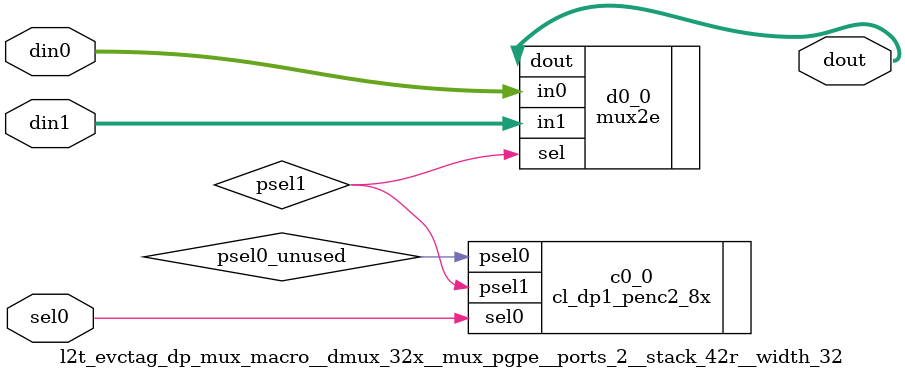
<source format=v>
`define	IQ_SIZE	8
`define	OQ_SIZE	12
`define	TAG_WIDTH	28
`define	TAG_WIDTH_LESS1	27
`define	TAG_WIDTHr	28r
`define	TAG_WIDTHc	28c
`define	TAG_WIDTH6	22
`define	TAG_WIDTH6r	22r
`define	TAG_WIDTH6c	22c


`define	MBD_WIDTH	106    // BS and SR 11/12/03 N2 Xbar Packet format change


`define	MBD_ECC_HI	105
`define	MBD_ECC_HI_PLUS1	106
`define	MBD_ECC_HI_PLUS5	110
`define	MBD_ECC_LO	100
`define	MBD_EVICT	99 
`define	MBD_DEP		98
`define	MBD_TECC	97
`define	MBD_ENTRY_HI	96
`define	MBD_ENTRY_LO	93

`define	MBD_POISON	92   
`define	MBD_RDMA_HI	91
`define	MBD_RDMA_LO	90
`define	MBD_RQ_HI	89
`define	MBD_RQ_LO	85
`define	MBD_NC		84
`define	MBD_RSVD	83
`define	MBD_CP_HI	82
`define	MBD_CP_LO	80
`define	MBD_TH_HI	79
`define	MBD_TH_LO	77
`define	MBD_BF_HI	76
`define	MBD_BF_LO	74
`define	MBD_WY_HI	73
`define	MBD_WY_LO	72
`define	MBD_SZ_HI	71
`define	MBD_SZ_LO	64
`define	MBD_DATA_HI	63
`define	MBD_DATA_LO	0

// BS and SR 11/12/03 N2 Xbar Packet format change
`define	L2_FBF		40
`define	L2_MBF		39
`define	L2_SNP		38
`define	L2_CTRUE	37
`define	L2_EVICT  	36
`define	L2_DEP		35
`define	L2_TECC		34
`define	L2_ENTRY_HI	33
`define	L2_ENTRY_LO	29

`define	L2_POISON	28
`define	L2_RDMA_HI	27
`define	L2_RDMA_LO	26
// BS and SR 11/12/03 N2 Xbar Packet format change , maps to bits [128:104] of PCXS packet , ther than RSVD bit
`define	L2_RQTYP_HI	25
`define	L2_RQTYP_LO	21
`define	L2_NC		20
`define	L2_RSVD		19
`define	L2_CPUID_HI	18
`define	L2_CPUID_LO	16
`define	L2_TID_HI	15	
`define	L2_TID_LO	13	
`define	L2_BUFID_HI     12	
`define	L2_BUFID_LO	10	
`define	L2_L1WY_HI	9
`define	L2_L1WY_LO	8
`define	L2_SZ_HI	7
`define	L2_SZ_LO	0


`define	ERR_MEU		63
`define	ERR_MEC		62
`define	ERR_RW		61
`define	ERR_ASYNC	60
`define	ERR_TID_HI	59 // PRM needs to change to reflect this : TID will be bits [59:54] instead of [58:54]
`define	ERR_TID_LO	54
`define	ERR_LDAC	53
`define	ERR_LDAU	52
`define	ERR_LDWC	51
`define	ERR_LDWU	50
`define	ERR_LDRC	49
`define	ERR_LDRU	48
`define	ERR_LDSC	47
`define	ERR_LDSU	46
`define	ERR_LTC		45
`define	ERR_LRU		44
`define	ERR_LVU		43
`define	ERR_DAC		42
`define	ERR_DAU		41
`define	ERR_DRC		40
`define	ERR_DRU		39
`define	ERR_DSC		38
`define	ERR_DSU		37
`define	ERR_VEC		36
`define	ERR_VEU		35
`define ERR_LVC         34
`define	ERR_SYN_HI	31
`define	ERR_SYN_LO	0



`define ERR_MEND	51
`define ERR_NDRW	50
`define ERR_NDSP	49
`define ERR_NDDM	48
`define ERR_NDVCID_HI   45
`define ERR_NDVCID_LO   40
`define ERR_NDADR_HI    39
`define ERR_NDADR_LO    4


//  Phase 2 : SIU Inteface and format change

`define	JBI_HDR_SZ	26 // BS and SR 11/12/03 N2 Xbar Packet format change
`define	JBI_HDR_SZ_LESS1	25 // BS and SR 11/12/03 N2 Xbar Packet format change
`define	JBI_HDR_SZ4     23	
`define	JBI_HDR_SZc	27c
`define	JBI_HDR_SZ4c    23c	

`define	JBI_ADDR_LO	0	
`define	JBI_ADDR_HI	7	
`define	JBI_SZ_LO	8	
`define	JBI_SZ_HI	15	
// `define	JBI_RSVD	16	NOt used
`define	JBI_CTAG_LO	16	
`define	JBI_CTAG_HI	23	
`define	JBI_RQ_RD	24	
`define	JBI_RQ_WR8	25	
`define	JBI_RQ_WR64	26	
`define JBI_OPES_LO	27	// 0 = 30, P=29, E=28, S=27
`define JBI_OPES_HI	30
`define	JBI_RQ_POISON	31	
`define	JBI_ENTRY_LO	32
`define	JBI_ENTRY_HI	33

//  Phase 2 : SIU Inteface and format change
// BS and SR 11/12/03 N2 Xbar Packet format change :
`define	JBINST_SZ_LO	0	
`define	JBINST_SZ_HI	7	
// `define	JBINST_RSVD	8 NOT used	
`define	JBINST_CTAG_LO	8	
`define	JBINST_CTAG_HI	15	
`define	JBINST_RQ_RD	16	
`define	JBINST_RQ_WR8	17	
`define	JBINST_RQ_WR64	18	
`define JBINST_OPES_LO  19	// 0 = 22, P=21, E=20, S=19
`define JBINST_OPES_HI  22
`define	JBINST_ENTRY_LO	23
`define	JBINST_ENTRY_HI	24
`define	JBINST_POISON   25


`define	ST_REQ_ST	1
`define	LD_REQ_ST	2
`define	IDLE	0


 
 
//////////////////////////////////////////////////////////////////////// 
// Local header file includes / local defines 
// Change 4/7/2003: Added a pin, evctag_vuad_idx_c3 to the bottom. 
//////////////////////////////////////////////////////////////////////// 
 
module l2t_evctag_dp (
  tcu_pce_ov, 
  tcu_aclk, 
  tcu_bclk, 
  tcu_scan_en, 
  tcu_clk_stop, 
  evctag_addr_px2, 
  evctag_mb_read_data, 
  scan_out, 
  evctag_evict_addr, 
  l2t_mcu_addr, 
  l2t_mcu_addr_5, 
  evctag_lkup_addr_c1, 
  evctag_mb_write_addr, 
  evctag_wb_write_addr, 
  evctag_vuad_idx_c3, 
  arbadr_ncu_l2t_pm_n_dist, 
  arbadr_2bnk_true_enbld_dist, 
  arbadr_4bnk_true_enbld_dist, 
  wb_read_data, 
  rdma_read_data, 
  mb_read_data, 
  fb_read_data, 
  arbadr_mbcam_addr_px2, 
  arbadr_mbcam_addr_px2_buff, 
  misbuf_buf_rd_en, 
  filbuf_buf_rd_en, 
  wb_read_en, 
  rdmat_read_en, 
  arbadr_arbdp_cam_addr_px2, 
  tagd_evict_tag_c4, 
  wbuf_wr_addr_sel, 
  wbuf_wb_or_rdma_wr_req_en, 
  misbuf_arb_l2rd_en, 
  misbuf_arb_mcurd_en, 
  filbuf_arb_l2rd_en, 
  arb_mux1_mbsel_px1, 
  arb_evict_c4, 
  l2clk, 
  scan_in, 
  mbdata_din_unbuf, 
  mbdata_din, 
  fbtag_din_unbuff, 
  fbtag_din, 
  l2t_mb2_run, 
  mbist_cam_sel, 
  l2t_mb2_wdata, 
  cam_mb2_rw_fail);
wire stop;
wire pce_ov;
wire siclk;
wire soclk;
wire se;
wire [17:9] mbwr_idx_c2;
wire [15:9] mbrd_idx_c2;
wire arbadr_ncu_l2t_pm_n;
wire arbadr_4bnk_true_enbld;
wire arbadr_2bnk_true_enbld;
wire ff_read_mb_tag_reg_scanin;
wire ff_read_mb_tag_reg_scanout;
wire ff_read_fb_tag_reg_scanin;
wire ff_read_fb_tag_reg_scanout;
wire arb_mux1_mbsel_px1_n;
wire [39:0] evctag_addr_px2_unbuff;
wire mux1_mbsel_px2_1_n;
wire ff_mcu_read_addr_scanin;
wire ff_mcu_read_addr_scanout;
wire [39:5] mcu_read_addr_n;
wire wbuf_wr_addr_sel_n;
wire ff_wb_rdma_write_addr_scanin;
wire ff_wb_rdma_write_addr_scanout;
wire [39:6] mcu_wr_addr_n;
wire mcu_pick_d2_n;
wire [39:0] inst_addr_c1_fnl;
wire [41:9] arbadr_mbcam_addr_px2_reg;
wire l2t_mb2_run_r1_n_1;
wire ff_arbadr_mbcam_addr_px2_scanin;
wire ff_arbadr_mbcam_addr_px2_scanout;
wire ff_lkup_addr_c1_scanin;
wire ff_lkup_addr_c1_scanout;
wire ff_inst_addr_c2_scanin;
wire ff_inst_addr_c2_scanout;
wire [41:0] evctag_mb_write_addr_unbuff;
wire [7:0] l2t_mb2_wdata_r2;
wire l2t_mb2_run_r1_n;
wire l2t_mb2_run_r1;
wire ff_inst_addr_c3_scanin;
wire ff_inst_addr_c3_scanout;
wire misbuf_arb_mcurd_en_n;
wire ff_shifted_index_scanin;
wire ff_shifted_index_scanout;
wire [3:0] mbist_cam_sel_r1;
wire [3:0] mbist_cam_sel_r2;
wire [3:0] mbist_cam_sel_r3;
wire [3:0] mbist_cam_sel_r4;
wire l2t_mb2_run_n;
wire misbuf_buf_rd_en_r1;
wire [3:0] mbist_cam_sel_r5;
wire ff_inst_addr_c4_scanin;
wire ff_inst_addr_c4_scanout;
wire arb_evict_c4_n;
wire [39:0] evctag_wb_write_addr_fnl;
wire [7:0] l2t_mb2_wdata_r3;
wire cam_fail1;
wire [41:0] mbist_cam_read_data;
wire [41:0] mbist_cmp_read_data;
wire cam_fail2;
wire cam_mb2_rw_fail_raw;
wire rdmat_reads;
wire wb_reads;
wire fb_reads;
wire mb_reads;
wire read_enable_piped_1;
wire read_enable_piped;
wire read_enable_piped_r2_n;
wire read_enable_piped_r2;
wire ff_mbist_read_data_r1_scanin;
wire ff_mbist_read_data_r1_scanout;
wire [41:0] mbist_read_data;
wire [7:0] l2t_mb2_wdata_r5;
wire [41:0] mb_read_data_reg;
wire ff_mb_read_data_scanin;
wire ff_mb_read_data_scanout;
wire ff_l2t_mb2_wdata_scanin;
wire ff_l2t_mb2_wdata_scanout;
wire [7:0] l2t_mb2_wdata_r4;
wire ff_other_cam_match_scanin;
wire ff_other_cam_match_scanout;
wire read_enable_piped_r3_unused;
wire read_enable_piped_r1;
wire [7:0] l2t_mb2_wdata_r1;
 

input 		tcu_pce_ov;
input 		tcu_aclk;
input 		tcu_bclk;
input 		tcu_scan_en;
input 		tcu_clk_stop;
 
output	[39:0]	evctag_addr_px2; 
output  [39:0]  evctag_mb_read_data;
output 		scan_out; 
output	[39:6]	evctag_evict_addr ; 	    // to the csr block 
output	[39:7]	l2t_mcu_addr; 
output          l2t_mcu_addr_5;
output	[39:7]	evctag_lkup_addr_c1; // address to lkup buffer tags. 
output	[41:0]	evctag_mb_write_addr;  
output	[39:0]	evctag_wb_write_addr; 
output	[8:0]	evctag_vuad_idx_c3; // Bottom. 

input          	arbadr_ncu_l2t_pm_n_dist; // BS 03/25/04 for partial bank/core modes support
input           arbadr_2bnk_true_enbld_dist;// BS 03/25/04 for partial bank/core modes support
input           arbadr_4bnk_true_enbld_dist; // BS 03/25/04 for partial bank/core modes support

input	[39:0]	wb_read_data ; // wr address from wb 
input	[39:0]	rdma_read_data; // wr address from rdmawb 
input	[41:0]	mb_read_data; 
input	[39:0]	fb_read_data; 
input	[41:7]	arbadr_mbcam_addr_px2; 
output	[41:7]	arbadr_mbcam_addr_px2_buff; 

input		misbuf_buf_rd_en;
input		filbuf_buf_rd_en;
input		wb_read_en;
input		rdmat_read_en;


//input	[31:0]	mb_cam_match;
//input	[7:0]	wb_cam_match_c2;
//input	[7:0]	fb_cam_match;
//input	[7:0]	rdmat_cam_match_c2;

 
input	[39:0]	arbadr_arbdp_cam_addr_px2; 
input	[`TAG_WIDTH-1:6] tagd_evict_tag_c4; 
 
input		wbuf_wr_addr_sel ; // sel wb_read_data 
input		wbuf_wb_or_rdma_wr_req_en ; // enable wr addr flop. 
input		misbuf_arb_l2rd_en; 
input		misbuf_arb_mcurd_en; 
input		filbuf_arb_l2rd_en; 
input		arb_mux1_mbsel_px1; // from arb 
input		arb_evict_c4;// from arb. 
 
input   	l2clk;  
input 		scan_in; 


// 

input	[127:64]  mbdata_din_unbuf;
output	[127:64]  mbdata_din;
input	[39:0]	fbtag_din_unbuff;
output	[39:0]	fbtag_din;


// for the sake of mbist
//input	[39:6]	rdmatag_wr_addr_s2;
//input	[127:0]	mb_data_read_data;


//output [41:0]	mbist_cam_read_data;

input		l2t_mb2_run;
input	[3:0]	mbist_cam_sel;
//input	[1:0]	mbdata_cmp_sel;
input	[7:0]	l2t_mb2_wdata;
output		cam_mb2_rw_fail;
//output		cam_mb2_cam_fail;



assign stop = tcu_clk_stop;
assign pce_ov = tcu_pce_ov;
assign siclk = tcu_aclk;
assign soclk = tcu_bclk;
assign se = tcu_scan_en;


//assign scan_out = 1'b0;

wire	[39:7]	l2t_mcu_addr_muxout;
wire		l2t_mcu_addr_5_muxout;
wire    [23:0]  evct_addr_39_16;
wire	[39:0]	mbf_addr_px2, fbf_addr_px2; 
wire		mcu_pick_d2; 
wire	[39:6]	evict_rd_data; 
wire	[39:6]	mcu_wr_addr; 
wire	[39:5]	mcu_read_addr; 
 
 
wire	[39:0]	inst_addr_c1;  
wire	[39:0]	inst_addr_c2, inst_addr_c3; 
wire	[39:0] inst_addr_c4; 
wire	[39:0] evict_addr_c4; 
wire	mux1_mbsel_px2_1; 
wire	mux1_mbsel_px2_2; 
wire	mux1_mbsel_px2_3; 
wire	mux1_mbsel_px2_4; 
////////////////////////////// 
// Arb mux between MB and FB 
////////////////////////////// 

//mux_macro mux_mbrd_mbwr_idx_c2 (width=16,ports=3,mux=aonpe,stack=16r,dmux=8x)
//        (
//	.dout ({mbwr_idx_c2[17:9],mbrd_idx_c2[15:9]}),
//        .din0({inst_addr_c2[17:9],mb_read_data[15:9]}), // original idx , all banks enabled
//        .din1({inst_addr_c2[16:8],mb_read_data[16:10]}), // 1 bit shifted idx for 4 banks enabled
//        .din2({inst_addr_c2[15:7],mb_read_data[17:11]}), //2 bit shifted idx for 2 banks enabled
//        .sel0(arbadr_ncu_l2t_pm_n),
//        .sel1(arbadr_4bnk_true_enbld),
//        .sel2(arbadr_2bnk_true_enbld)
//        );
//

l2t_evctag_dp_mux_macro__dmux_8x__mux_aonpe__ports_3__stack_42r__width_40 mux_mbrdwridx_evict_addr_c4 
	(
	.dout	({mbwr_idx_c2[17:9],mbrd_idx_c2[15:9],evct_addr_39_16[23:0]}),
	.din0	({inst_addr_c2[17:9],mb_read_data[15:9],tagd_evict_tag_c4[`TAG_WIDTH-1:6],inst_addr_c4[17:16]}),
	.din1	({inst_addr_c2[16:8],mb_read_data[16:10],1'b0,tagd_evict_tag_c4[`TAG_WIDTH-1:6],inst_addr_c4[16]}),
	.din2	({inst_addr_c2[15:7],mb_read_data[17:11],2'b0,tagd_evict_tag_c4[`TAG_WIDTH-1:6]}),
	.sel0(arbadr_ncu_l2t_pm_n),
        .sel1(arbadr_4bnk_true_enbld),
        .sel2(arbadr_2bnk_true_enbld)
	);

//assign evctag_mb_read_data = {mb_read_data[41:18],mbrd_idx_c2[15:9],mb_read_data[8:0]};

l2t_evctag_dp_buff_macro__dbuff_16x__stack_42r__width_40 buff_evctag_mb_read_data 
	(
	.dout	(evctag_mb_read_data[39:0]),
	.din	({mb_read_data[41:18],mbrd_idx_c2[15:9],mb_read_data[8:0]})
	);


l2t_evctag_dp_msff_macro__stack_42r__width_40 ff_read_mb_tag_reg 
        (
	.scan_in(ff_read_mb_tag_reg_scanin),
	.scan_out(ff_read_mb_tag_reg_scanout),
	.din	(evctag_mb_read_data[39:0]), 
	.clk	(l2clk), 
	.dout	(mbf_addr_px2[39:0]), 
	.en	(misbuf_arb_l2rd_en),
  .se(se),
  .siclk(siclk),
  .soclk(soclk),
  .pce_ov(pce_ov),
  .stop(stop) 
	); 


l2t_evctag_dp_msff_macro__stack_42r__width_40 ff_read_fb_tag_reg 
        (
	.scan_in(ff_read_fb_tag_reg_scanin),
	.scan_out(ff_read_fb_tag_reg_scanout),
	.din	(fb_read_data[39:0]), 
	.clk	(l2clk), 
	.dout	(fbf_addr_px2[39:0]), 
	.en 	(filbuf_arb_l2rd_en),
  .se(se),
  .siclk(siclk),
  .soclk(soclk),
  .pce_ov(pce_ov),
  .stop(stop) 
	); 


// Change 6/12/2003:  
// -created 4 sets fo selects for the evctag_addr_px2 mux. 
// -in the implementation, invert the data before muxing, 
//  use a 2x or 4x mux and drive the output of the mux 
// with a 40x driver. 
 

l2t_evctag_dp_inv_macro__width_1 inv_mux1_mbsel_px2_1  (
        .dout   (arb_mux1_mbsel_px1_n),
        .din    (arb_mux1_mbsel_px1 )
        );

l2t_evctag_dp_mux_macro__dmux_8x__mux_aonpe__ports_2__stack_42r__width_40 mux_mux1_addr_px2 
       (
       .dout   	(evctag_addr_px2_unbuff[39:0]) ,
       .din0 	(mbf_addr_px2[39:0]),
       .din1   	(fbf_addr_px2[39:0] ),
       .sel0 	(mux1_mbsel_px2_1),
       .sel1   	(mux1_mbsel_px2_1_n)
       );

l2t_evctag_dp_buff_macro__dbuff_16x__stack_42r__width_40 buff_evctag_addr_px2 
	(
	.dout	(evctag_addr_px2[39:0]) ,
	.din	(evctag_addr_px2_unbuff[39:0])
	);

////////////////////////////// 
// mcu read addr flop. 
////////////////////////////// 
 
 
l2t_evctag_dp_msffi_macro__dmsffi_32x__stack_42r__width_35 ff_mcu_read_addr 
        (
	.din(evctag_mb_read_data[39:5]), 
	.scan_in(ff_mcu_read_addr_scanin),
	.scan_out(ff_mcu_read_addr_scanout),
	.clk(l2clk), 
	.dout_l(mcu_read_addr_n[39:5]), 
	.en(misbuf_arb_mcurd_en),
  .se(se),
  .siclk(siclk),
  .soclk(soclk),
  .pce_ov(pce_ov),
  .stop(stop) 
	);



 
////////////////////////////// 
// MUX Between RDMA and WB addresses. 
// and wr addr flop 
////////////////////////////// 

l2t_evctag_dp_inv_macro__width_1 wbuf_wr_addr_sel_inv_slice  
	(
        .dout   (wbuf_wr_addr_sel_n),
        .din    (wbuf_wr_addr_sel )
        );

 
l2t_evctag_dp_mux_macro__mux_aonpe__ports_2__stack_42r__width_34 rdmawb_addr_mux 
	( 
	.dout 	(evict_rd_data[39:6]), 
        .din0	(rdma_read_data[39:6]), // rdma evict addr 
        .din1	(wb_read_data[39:6]), // wb evict addr 
        .sel0	(wbuf_wr_addr_sel_n), // sel rdma evict addr 
        .sel1	(wbuf_wr_addr_sel) // sel wb evict addr. 
	);
 
l2t_evctag_dp_msffi_macro__dmsffi_32x__stack_42r__width_34 ff_wb_rdma_write_addr 
        (
	.din	(evict_rd_data[39:6]),  
	.scan_in(ff_wb_rdma_write_addr_scanin),
	.scan_out(ff_wb_rdma_write_addr_scanout),
	.clk	(l2clk), 
	.dout_l	(mcu_wr_addr_n[39:6]), 
	.en	(wbuf_wb_or_rdma_wr_req_en),
  .se(se),
  .siclk(siclk),
  .soclk(soclk),
  .pce_ov(pce_ov),
  .stop(stop) 
	);

 
// assign   evctag_evict_addr  =  mcu_wr_addr[39:6] ; 

//buff_macro buff_evctag_evict_addr (width=34,dbuff=32x,stack=42r)
l2t_evctag_dp_inv_macro__dinv_32x__stack_42r__width_34 buff_evctag_evict_addr 
	(
	.dout	(evctag_evict_addr[39:6]),
	.din	(mcu_wr_addr_n[39:6])
	);
 
//// ctl flop. This flop is here for timing reasons. 
//msff_macro ff_mcu_pick_d2 (width=1,stack=1r)
//                (
//		.scan_in(ff_mcu_pick_d2_scanin),
//		.scan_out(ff_mcu_pick_d2_scanout),
//		.din	(misbuf_arb_mcurd_en), 
//		.clk	(l2clk), 
//                .dout	(mcu_pick_d2), 
//		.en	(1'b1), 
//		); 
 
////////////////////////////// 
// Addr to DRAM 
////////////////////////////// 

//inv_macro mcu_pick_d2_inv_slice (width=1) 
//	(
//	.dout	(mcu_pick_d2_n),
//	.din	(mcu_pick_d2)
//	);

l2t_evctag_dp_buff_macro__dbuff_32x__stack_42r__width_35 buff_arbadr_mbcam_addr_px2 
      (
      .dout   (arbadr_mbcam_addr_px2_buff[41:7]),
      .din    (arbadr_mbcam_addr_px2[41:7])
      );

l2t_evctag_dp_mux_macro__dmux_8x__mux_aonpe__ports_2__stack_42r__width_34 mcu_addr_mux 
	( 
	.dout 	({l2t_mcu_addr_muxout[39:7],l2t_mcu_addr_5_muxout}), 
	.din0	({mcu_read_addr_n[39:7],mcu_read_addr_n[5]}), 
        .din1	({mcu_wr_addr_n[39:7],1'b1}), 
        .sel0	(mcu_pick_d2), 
        .sel1	(mcu_pick_d2_n)
	); 


l2t_evctag_dp_inv_macro__dinv_32x__stack_34r__width_34 inv1_l2t_mcu_addr  
        (
        .dout   ({l2t_mcu_addr[39:7],l2t_mcu_addr_5}),
        .din   ({l2t_mcu_addr_muxout[39:7],l2t_mcu_addr_5_muxout})
        );

 
////////////////////////////// 
// CAM addresses. 
// mb write addr. 
// wb write addr. 
////////////////////////////// 

l2t_evctag_dp_mux_macro__dmux_32x__mux_pgpe__ports_2__stack_42r__width_40  mux_mbist_lookup_c1 
        (
        .dout   (inst_addr_c1[39:0]),
        .din0   (inst_addr_c1_fnl[39:0]),
        // .din1   ({arbadr_mbcam_addr_px2[41:9],7'b0}),
        .din1   ({arbadr_mbcam_addr_px2_reg[41:9],7'b0}),
        .sel0   (l2t_mb2_run_r1_n_1)
        //.sel1   (l2t_mb2_run_r1)
        );

 
l2t_evctag_dp_msff_macro__stack_42r__width_33 ff_arbadr_mbcam_addr_px2 
        (
	.scan_in(ff_arbadr_mbcam_addr_px2_scanin),
	.scan_out(ff_arbadr_mbcam_addr_px2_scanout),
	.din	(arbadr_mbcam_addr_px2[41:9]), 
    .clk    (l2clk),
    .dout	(arbadr_mbcam_addr_px2_reg[41:9]), 
	.en	(1'b1),
  .se(se),
  .siclk(siclk),
  .soclk(soclk),
  .pce_ov(pce_ov),
  .stop(stop) 
	); 
 
l2t_evctag_dp_msff_macro__stack_42r__width_40 ff_lkup_addr_c1 
        (
	.scan_in(ff_lkup_addr_c1_scanin),
	.scan_out(ff_lkup_addr_c1_scanout),
	.din	(arbadr_arbdp_cam_addr_px2[39:0]), 
        .clk    (l2clk),
        .dout	(inst_addr_c1_fnl[39:0]), 
	.en	(1'b1),
  .se(se),
  .siclk(siclk),
  .soclk(soclk),
  .pce_ov(pce_ov),
  .stop(stop) 
	); 
 
assign	evctag_lkup_addr_c1[39:7]  = inst_addr_c1[39:7] ; 

//buff_macro buff_evctag_lkup_addr_c1 (width=33,dbuff=32x,stack=42r)
//	(
//	.dout	(evctag_lkup_addr_c1[39:7]),
//	.din	(inst_addr_c1[39:7])
//	);
//
 
l2t_evctag_dp_msff_macro__dmsff_32x__stack_42r__width_40 ff_inst_addr_c2 
        (	
	.scan_in(ff_inst_addr_c2_scanin),
	.scan_out(ff_inst_addr_c2_scanout),
	.din	(inst_addr_c1[39:0]), 
	.clk	(l2clk), 
        .dout	(inst_addr_c2[39:0]), 
	.en	(1'b1),
  .se(se),
  .siclk(siclk),
  .soclk(soclk),
  .pce_ov(pce_ov),
  .stop(stop) 
	); 

// assign evctag_mb_write_addr = {inst_addr_c2[39:16],mbwr_idx_c2[17:9],inst_addr_c2[8:0]};

l2t_evctag_dp_buff_macro__dbuff_16x__stack_42r__width_42 buff_evctag_mb_write_addr 
        (
        .dout   (evctag_mb_write_addr[41:0]),
//        .din    ({inst_addr_c2[39:16],mbwr_idx_c2[17:9],inst_addr_c2[8:0]})
	.din	(evctag_mb_write_addr_unbuff[41:0])
        );

l2t_evctag_dp_mux_macro__dmux_8x__mux_aonpe__ports_2__stack_42r__width_42  mux_mb_write_addr  
        (
        .dout   (evctag_mb_write_addr_unbuff[41:0]),
        .din0   ({inst_addr_c2[39:16],mbwr_idx_c2[17:9],inst_addr_c2[8:0]}),
        .din1   ({l2t_mb2_wdata_r2[1:0],{5{l2t_mb2_wdata_r2[7:0]}}}),
        .sel0   (l2t_mb2_run_r1_n),
        .sel1   (l2t_mb2_run_r1)
	);


l2t_evctag_dp_msff_macro__stack_42r__width_40 ff_inst_addr_c3 
        (
	.scan_in(ff_inst_addr_c3_scanin),
	.scan_out(ff_inst_addr_c3_scanout),
	.din	(inst_addr_c2[39:0]), 
	.clk	(l2clk), 
        .dout	(inst_addr_c3[39:0]), 
	.en	(1'b1),
  .se(se),
  .siclk(siclk),
  .soclk(soclk),
  .pce_ov(pce_ov),
  .stop(stop)
		); 

l2t_evctag_dp_inv_macro__width_1 inv_misbuf_arb_mcurd_en 
	(
	.dout	(misbuf_arb_mcurd_en_n),
	.din	(misbuf_arb_mcurd_en)
	);

l2t_evctag_dp_msff_macro__dmsff_32x__stack_42r__width_40 ff_shifted_index 
        (
        .scan_in(ff_shifted_index_scanin),
        .scan_out(ff_shifted_index_scanout),
        .din    ({misbuf_buf_rd_en,mbist_cam_sel[3:0],mbist_cam_sel_r1[3:0],mbist_cam_sel_r2[3:0],mbist_cam_sel_r3[3:0],
        mbist_cam_sel_r4[3:0],l2t_mb2_run,l2t_mb2_run_n, l2t_mb2_run_n,
		misbuf_arb_mcurd_en_n,misbuf_arb_mcurd_en,arb_mux1_mbsel_px1,arb_mux1_mbsel_px1_n,
		arbadr_ncu_l2t_pm_n_dist,arbadr_4bnk_true_enbld_dist,arbadr_2bnk_true_enbld_dist,mbwr_idx_c2[17:9]}),
        .clk    (l2clk),
        .dout   ({misbuf_buf_rd_en_r1,mbist_cam_sel_r1[3:0],mbist_cam_sel_r2[3:0],mbist_cam_sel_r3[3:0],mbist_cam_sel_r4[3:0],
        mbist_cam_sel_r5[3:0],l2t_mb2_run_r1,l2t_mb2_run_r1_n,l2t_mb2_run_r1_n_1,
		mcu_pick_d2_n,mcu_pick_d2,mux1_mbsel_px2_1,mux1_mbsel_px2_1_n,
		arbadr_ncu_l2t_pm_n,arbadr_4bnk_true_enbld,arbadr_2bnk_true_enbld,evctag_vuad_idx_c3[8:0]}),
        .en     (1'b1),
  .se(se),
  .siclk(siclk),
  .soclk(soclk),
  .pce_ov(pce_ov),
  .stop(stop)
	);


l2t_evctag_dp_msff_macro__stack_42r__width_40 ff_inst_addr_c4 
        (
	.scan_in(ff_inst_addr_c4_scanin),
	.scan_out(ff_inst_addr_c4_scanout),
	.din	(inst_addr_c3[39:0]),
	.clk	(l2clk), 
        .dout	(inst_addr_c4[39:0]),
	.en	(1'b1),
  .se(se),
  .siclk(siclk),
  .soclk(soclk),
  .pce_ov(pce_ov),
  .stop(stop)
	); 
 
//assign	evict_addr_c4[39:18] = tagd_evict_tag_c4[`TAG_WIDTH-1:6] ; 
//assign	evict_addr_c4[17:6] = inst_addr_c4[17:6] ; 
//assign  evict_addr_c4[5:0] = 6'b0 ; 

// fix for bug 93448 : tag read from tag array on evict needs to be shifted around to
// original address before being sent to MCU

//mux_macro mux_evict_addr_c4 (width=24,ports=3,mux=aonpe,stack=24r,dmux=8x)
//        (
//        .dout (evct_addr_39_16[23:0]),
//        .din0({tagd_evict_tag_c4[`TAG_WIDTH-1:6],inst_addr_c4[17:16]}), // original idx , all banks enabled
//        .din1({1'b0,tagd_evict_tag_c4[`TAG_WIDTH-1:6],inst_addr_c4[16]}), // 1 bit shifted idx for 4 banks enabled
//        .din2({2'b0,tagd_evict_tag_c4[`TAG_WIDTH-1:6]}), //2 bit shifted idx for 2 banks enabled
//        .sel0(arbadr_ncu_l2t_pm_n),
//        .sel1(arbadr_4bnk_true_enbld),
//        .sel2(arbadr_2bnk_true_enbld)
//        );
//

l2t_evctag_dp_buff_macro__dbuff_16x__stack_42r__width_40 buff_evict_addr_c4 
	(
	.dout	(evict_addr_c4[39:0]),
	.din	({evct_addr_39_16[23:0],inst_addr_c4[15:6],6'b0})
	);



l2t_evctag_dp_inv_macro__width_1 arb_evict_c4invert_slice  
	(
	.dout	(arb_evict_c4_n),
	.din	(arb_evict_c4)
	);
 


l2t_evctag_dp_mux_macro__dmux_8x__mux_aonpe__ports_2__stack_42r__width_40  mux_wbtag 
        (
        .dout   (evctag_wb_write_addr[39:0]),
        .din0   (evctag_wb_write_addr_fnl[39:0]),
        .din1   ({5{l2t_mb2_wdata_r3[7:0]}}),
        .sel0   (l2t_mb2_run_r1_n),
        .sel1   (l2t_mb2_run_r1)
        );


l2t_evctag_dp_mux_macro__mux_aonpe__ports_2__stack_42r__width_40 mux_wbb_wraddr_c3 
	( 
	.dout 	(evctag_wb_write_addr_fnl[39:0]), 
        .din0	(inst_addr_c4[39:0]), 
	.din1	(evict_addr_c4[39:0]), 
        .sel0	(arb_evict_c4_n), 
	.sel1	(arb_evict_c4)
	); 

 
////////////////////////////////////////////////////////////
// MBIST SIGNALS
////////////////////////////////////////////////////////////

l2t_evctag_dp_cmp_macro__dcmp_8x__width_32 cmp_cam_data_compare 
	(
	.dout 	(cam_fail1),
	.din0	(mbist_cam_read_data[31:0]),
	.din1	(mbist_cmp_read_data[31:0])
	);


l2t_evctag_dp_cmp_macro__dcmp_8x__width_16 cmp_cam_data_compare1 
        (
        .dout   (cam_fail2),
        .din0   ({6'b0,mbist_cam_read_data[41:32]}),
        .din1   ({6'b0,mbist_cmp_read_data[41:32]})
        );

l2t_evctag_dp_and_macro__ports_2__width_1 and_cam_fail_out 
	(
	.dout	(cam_mb2_rw_fail_raw),
	.din0	(cam_fail1),
	.din1	(cam_fail2)
	);


//msff_macro ff_mbist_cam_sel (width=8)
//	(
//	.scan_in(ff_mbist_cam_sel_scanin),
//	.scan_out(ff_mbist_cam_sel_scanout),
//	.dout	({mbist_cam_sel_r1[3:0],mbist_cam_sel_r2[3:0]}),
//	.din	({mbist_cam_sel[3:0],mbist_cam_sel_r1[3:0]}),
//	.clk	(l2clk),
//	.en 	(1'b1),
//	);
//
//
//assign read_enable_piped = (misbuf_buf_rd_en & mbist_cam_sel[0] ) | 
//			   (filbuf_buf_rd_en & mbist_cam_sel[1] ) |
//			   (wb_read_en       & mbist_cam_sel[2] ) | 
//			   (rdmat_read_en    & mbist_cam_sel[3] );

l2t_evctag_dp_and_macro__ports_2__width_4 and_mbreads 
	(
	.dout	({rdmat_reads,wb_reads,fb_reads,mb_reads}),
	.din0	(mbist_cam_sel_r2[3:0]),
	.din1	({rdmat_read_en,wb_read_en,filbuf_buf_rd_en,misbuf_buf_rd_en_r1})
	);
l2t_evctag_dp_or_macro__ports_3__width_1 or_read_enable_piped 
	(
	.dout	(read_enable_piped_1),
	.din0	(mb_reads),
	.din1	(fb_reads),
	.din2	(wb_reads)
	);

l2t_evctag_dp_or_macro__ports_2__width_1 or_read_enable_piped1 
        (
        .dout   (read_enable_piped),
        .din0   (read_enable_piped_1),
        .din1   (rdmat_reads)
	);



//assign read_enable_piped_r2_n = ~read_enable_piped_r2;

l2t_evctag_dp_inv_macro__width_1 inv_read_enable_piped_r2 
	(
	.dout	(read_enable_piped_r2_n),
	.din	(read_enable_piped_r2)
	);

l2t_evctag_dp_mux_macro__dmux_8x__mux_aonpe__ports_2__width_1 mux_rw_failsignal 
	(
	.dout	(cam_mb2_rw_fail),
	.din0	(cam_mb2_rw_fail_raw),
	.din1	(1'b1),
	.sel0	(read_enable_piped_r2),
	.sel1	(read_enable_piped_r2_n)
	);

l2t_evctag_dp_msff_macro__stack_42r__width_42  ff_mbist_read_data_r1  
	(
	.scan_in(ff_mbist_read_data_r1_scanin),
	.scan_out(ff_mbist_read_data_r1_scanout),
	.dout	(mbist_cam_read_data[41:0]),
	.din	(mbist_read_data[41:0]),
	.clk	(l2clk),
	.en (1'b1),
  .se(se),
  .siclk(siclk),
  .soclk(soclk),
  .pce_ov(pce_ov),
  .stop(stop)
	);

l2t_evctag_dp_mux_macro__mux_aonpe__ports_4__stack_42r__width_42 mux_read_comp_all_cams 
        (
        .dout   (mbist_cmp_read_data[41:0]),
        .din0   ({l2t_mb2_wdata_r5[1:0],{5{l2t_mb2_wdata_r5[7:0]}}}),
        .din1   ({2'b0,{5{l2t_mb2_wdata_r5[7:0]}}}),
        .din2   ({2'b0,{5{l2t_mb2_wdata_r5[7:0]}}}),
        .din3   ({2'b0,{l2t_mb2_wdata_r5[1:0],{4{l2t_mb2_wdata_r5[7:0]}}},6'b0}),
        .sel0   (mbist_cam_sel_r5[0]),
        .sel1   (mbist_cam_sel_r5[1]),
        .sel2   (mbist_cam_sel_r5[2]),
        .sel3   (mbist_cam_sel_r5[3])
        );

l2t_evctag_dp_mux_macro__mux_aonpe__ports_4__stack_42r__width_42 mux_read_all_cams 
        (
        .dout   (mbist_read_data[41:0]),
        .din0   (mb_read_data_reg[41:0]),
        .din1   ({2'b0,fb_read_data[39:0]}),
        .din2   ({2'b0,wb_read_data[39:0]}),
        .din3   ({2'b0,rdma_read_data[39:0]}),
        .sel0   (mbist_cam_sel_r4[0]),
        .sel1   (mbist_cam_sel_r4[1]),
        .sel2   (mbist_cam_sel_r4[2]),
        .sel3   (mbist_cam_sel_r4[3])
        );


l2t_evctag_dp_msff_macro__stack_42r__width_42  ff_mb_read_data  
        (
        .scan_in(ff_mb_read_data_scanin),
        .scan_out(ff_mb_read_data_scanout),
        .dout   (mb_read_data_reg[41:0]),
        .din    (mb_read_data[41:0]),
        .clk    (l2clk),
        .en 	(1'b1),
  .se(se),
  .siclk(siclk),
  .soclk(soclk),
  .pce_ov(pce_ov),
  .stop(stop)
        );



//
//msff_macro  ff_mb_cam_match  (width=40,stack=42r)
//        (
//        .scan_in(ff_mb_cam_match_scanin),
//        .scan_out(ff_mb_cam_match_scanout),
//        .dout   ({mb_cam_match_reg[31:0],
//		  l2t_mb2_wdata_r3[7:0]}),
//        .din    ({mb_cam_match[31:0],
//		  l2t_mb2_wdata_r2[7:0]}),
//        .clk    (l2clk),
//        .en 	(1'b1)
//        );
//

l2t_evctag_dp_msff_macro__stack_42r__width_24  ff_l2t_mb2_wdata  
        (
        .scan_in(ff_l2t_mb2_wdata_scanin),
        .scan_out(ff_l2t_mb2_wdata_scanout),
        .dout   ({l2t_mb2_wdata_r3[7:0],l2t_mb2_wdata_r4[7:0],l2t_mb2_wdata_r5[7:0]}),
        .din    ({l2t_mb2_wdata_r2[7:0],l2t_mb2_wdata_r3[7:0],l2t_mb2_wdata_r4[7:0]}),
        .clk    (l2clk),
        .en 	(1'b1),
  .se(se),
  .siclk(siclk),
  .soclk(soclk),
  .pce_ov(pce_ov),
  .stop(stop)
        );

//buff_macro other_cam_match_minbuff (width=24,stack=46r,minbuff=1) (
//  .din ({rdmat_cam_match_c2[7:0],    fb_cam_match[7:0],    wb_cam_match_c2[7:0]}),
//  .dout({rdmat_cam_match_c2_buf[7:0],fb_cam_match_buf[7:0],wb_cam_match_c2_buf[7:0]}));
//
//
l2t_evctag_dp_msff_macro__stack_46r__width_19  ff_other_cam_match  
        (
        .scan_in(ff_other_cam_match_scanin),
        .scan_out(ff_other_cam_match_scanout),
        .dout   ({read_enable_piped_r3_unused,read_enable_piped_r2,read_enable_piped_r1,
		  l2t_mb2_wdata_r2[7:0],l2t_mb2_wdata_r1[7:0]}),
        .din    ({read_enable_piped_r2,read_enable_piped_r1,read_enable_piped,
		  l2t_mb2_wdata_r1[7:0],l2t_mb2_wdata[7:0]}),
        .clk    (l2clk),
        .en 	(1'b1),
  .se(se),
  .siclk(siclk),
  .soclk(soclk),
  .pce_ov(pce_ov),
  .stop(stop)
        );

//
//mux_macro mux_cam_all_cams (width=32,ports=4,mux=aonpe,stack=42r,dmux=8x)
//        (
//        .dout   (mbist_cam_out[31:0]),
//        .din0   (mb_cam_match_reg[31:0]),
//        .din1   ({24'b0,fb_cam_match_reg[7:0]}),
//        .din2   ({24'b0,wb_cam_match_c2_reg[7:0]}),
//        .din3   ({24'b0,rdmat_cam_match_c2_reg[7:0]}),
//        .sel0   (mbist_cam_sel_r2[0]),
//        .sel1   (mbist_cam_sel_r2[1]),
//        .sel2   (mbist_cam_sel_r2[2]),
//        .sel3   (mbist_cam_sel_r2[3])
//        );
//
//cmp_macro cmp_cam_data (width=32)
//	(
//	.dout	(cam_mb2_cam_fail),
//	.din0	(mbist_cam_out[31:0]),
//	.din1	({4{l2t_mb2_wdata[7:0]}})
//	);
//
//
//
//   Buffered outputs
//
//
l2t_evctag_dp_inv_macro__dinv_32x__width_1 inv_l2t_mb2_run_r1  (
        .dout   (l2t_mb2_run_n),
        .din    (l2t_mb2_run)
        );

//mux_macro  mux_mbdata0 (width=32,stack=42r,mux=pgpe,ports=2,dmux=32x)
//        (
//        .dout   (mbdata_din[31:0]),
//        .din0   (mbdata_din_unbuf[31:0]),
//        .din1   ({4{l2t_mb2_wdata_r2[7:0]}}),
//        .sel0   (l2t_mb2_run_r1_n),
//        );
//mux_macro  mux_mbdata1 (width=32,stack=42r,mux=pgpe,ports=2,dmux=32x)
//        (
//        .dout   (mbdata_din[63:32]),
//        .din0   (mbdata_din_unbuf[63:32]),
//        .din1   ({4{l2t_mb2_wdata_r2[7:0]}}),
//        .sel0   (l2t_mb2_run_r1_n),
//        );

l2t_evctag_dp_mux_macro__dmux_32x__mux_pgpe__ports_2__stack_42r__width_32  mux_mbdata2 
        (
        .dout   (mbdata_din[95:64]),
        .din0   (mbdata_din_unbuf[95:64]),
        .din1   ({4{l2t_mb2_wdata_r2[7:0]}}),
        .sel0   (l2t_mb2_run_r1_n)
        );

l2t_evctag_dp_mux_macro__dmux_32x__mux_pgpe__ports_2__stack_42r__width_32  mux_mbdata3 
        (
        .dout   (mbdata_din[127:96]),
        .din0   (mbdata_din_unbuf[127:96]),
        .din1   ({4{l2t_mb2_wdata_r2[7:0]}}),
        .sel0   (l2t_mb2_run_r1_n)
        );


l2t_evctag_dp_mux_macro__dmux_8x__mux_aonpe__ports_2__stack_42r__width_40  mux_fbtag 
        (
        .dout   (fbtag_din[39:0]),
        .din0   (fbtag_din_unbuff[39:0]),
	.din1	({5{l2t_mb2_wdata_r3[7:0]}}),
	.sel0	(l2t_mb2_run_r1_n),
	.sel1	(l2t_mb2_run_r1)
	);


 
 
// fixscan start:
assign ff_read_mb_tag_reg_scanin = scan_in                  ;
assign ff_read_fb_tag_reg_scanin = ff_read_mb_tag_reg_scanout;
assign ff_mcu_read_addr_scanin   = ff_read_fb_tag_reg_scanout;
assign ff_wb_rdma_write_addr_scanin = ff_mcu_read_addr_scanout ;
assign ff_arbadr_mbcam_addr_px2_scanin = ff_wb_rdma_write_addr_scanout;
assign ff_lkup_addr_c1_scanin    = ff_arbadr_mbcam_addr_px2_scanout;
assign ff_inst_addr_c2_scanin    = ff_lkup_addr_c1_scanout  ;
assign ff_inst_addr_c3_scanin    = ff_inst_addr_c2_scanout  ;
assign ff_shifted_index_scanin   = ff_inst_addr_c3_scanout  ;
assign ff_inst_addr_c4_scanin    = ff_shifted_index_scanout ;
assign ff_mbist_read_data_r1_scanin = ff_inst_addr_c4_scanout  ;
assign ff_mb_read_data_scanin    = ff_mbist_read_data_r1_scanout;
assign ff_l2t_mb2_wdata_scanin   = ff_mb_read_data_scanout  ;
assign ff_other_cam_match_scanin = ff_l2t_mb2_wdata_scanout ;
assign scan_out                  = ff_other_cam_match_scanout;
// fixscan end:
endmodule 


// general mux macro for pass-gate and and-or muxes with/wout priority encoders
// also for pass-gate with decoder





// any PARAMS parms go into naming of macro

module l2t_evctag_dp_mux_macro__dmux_8x__mux_aonpe__ports_3__stack_42r__width_40 (
  din0, 
  sel0, 
  din1, 
  sel1, 
  din2, 
  sel2, 
  dout);
wire buffout0;
wire buffout1;
wire buffout2;

  input [39:0] din0;
  input sel0;
  input [39:0] din1;
  input sel1;
  input [39:0] din2;
  input sel2;
  output [39:0] dout;





cl_dp1_muxbuff3_8x  c0_0 (
 .in0(sel0),
 .in1(sel1),
 .in2(sel2),
 .out0(buffout0),
 .out1(buffout1),
 .out2(buffout2)
);
mux3s #(40)  d0_0 (
  .sel0(buffout0),
  .sel1(buffout1),
  .sel2(buffout2),
  .in0(din0[39:0]),
  .in1(din1[39:0]),
  .in2(din2[39:0]),
.dout(dout[39:0])
);









  



endmodule


//
//   buff macro
//
//





module l2t_evctag_dp_buff_macro__dbuff_16x__stack_42r__width_40 (
  din, 
  dout);
  input [39:0] din;
  output [39:0] dout;






buff #(40)  d0_0 (
.in(din[39:0]),
.out(dout[39:0])
);








endmodule









// any PARAMS parms go into naming of macro

module l2t_evctag_dp_msff_macro__stack_42r__width_40 (
  din, 
  clk, 
  en, 
  se, 
  scan_in, 
  siclk, 
  soclk, 
  pce_ov, 
  stop, 
  dout, 
  scan_out);
wire l1clk;
wire siclk_out;
wire soclk_out;
wire [38:0] so;

  input [39:0] din;


  input clk;
  input en;
  input se;
  input scan_in;
  input siclk;
  input soclk;
  input pce_ov;
  input stop;



  output [39:0] dout;


  output scan_out;




cl_dp1_l1hdr_8x c0_0 (
.l2clk(clk),
.pce(en),
.aclk(siclk),
.bclk(soclk),
.l1clk(l1clk),
  .se(se),
  .pce_ov(pce_ov),
  .stop(stop),
  .siclk_out(siclk_out),
  .soclk_out(soclk_out)
);
dff #(40)  d0_0 (
.l1clk(l1clk),
.siclk(siclk_out),
.soclk(soclk_out),
.d(din[39:0]),
.si({scan_in,so[38:0]}),
.so({so[38:0],scan_out}),
.q(dout[39:0])
);




















endmodule









//
//   invert macro
//
//





module l2t_evctag_dp_inv_macro__width_1 (
  din, 
  dout);
  input [0:0] din;
  output [0:0] dout;






inv #(1)  d0_0 (
.in(din[0:0]),
.out(dout[0:0])
);









endmodule





// general mux macro for pass-gate and and-or muxes with/wout priority encoders
// also for pass-gate with decoder





// any PARAMS parms go into naming of macro

module l2t_evctag_dp_mux_macro__dmux_8x__mux_aonpe__ports_2__stack_42r__width_40 (
  din0, 
  sel0, 
  din1, 
  sel1, 
  dout);
wire buffout0;
wire buffout1;

  input [39:0] din0;
  input sel0;
  input [39:0] din1;
  input sel1;
  output [39:0] dout;





cl_dp1_muxbuff2_8x  c0_0 (
 .in0(sel0),
 .in1(sel1),
 .out0(buffout0),
 .out1(buffout1)
);
mux2s #(40)  d0_0 (
  .sel0(buffout0),
  .sel1(buffout1),
  .in0(din0[39:0]),
  .in1(din1[39:0]),
.dout(dout[39:0])
);









  



endmodule






// any PARAMS parms go into naming of macro

module l2t_evctag_dp_msffi_macro__dmsffi_32x__stack_42r__width_35 (
  din, 
  clk, 
  en, 
  se, 
  scan_in, 
  siclk, 
  soclk, 
  pce_ov, 
  stop, 
  dout_l, 
  scan_out);
wire l1clk;
wire siclk_out;
wire soclk_out;
wire [33:0] so;

  input [34:0] din;


  input clk;
  input en;
  input se;
  input scan_in;
  input siclk;
  input soclk;
  input pce_ov;
  input stop;



  output [34:0] dout_l;


  output scan_out;




cl_dp1_l1hdr_8x c0_0 (
.l2clk(clk),
.pce(en),
.aclk(siclk),
.bclk(soclk),
.l1clk(l1clk),
  .se(se),
  .pce_ov(pce_ov),
  .stop(stop),
  .siclk_out(siclk_out),
  .soclk_out(soclk_out)
);
msffi_dp #(35)  d0_0 (
.l1clk(l1clk),
.siclk(siclk_out),
.soclk(soclk_out),
.d(din[34:0]),
.si({scan_in,so[33:0]}),
.so({so[33:0],scan_out}),
.q_l(dout_l[34:0])
);



















endmodule









// general mux macro for pass-gate and and-or muxes with/wout priority encoders
// also for pass-gate with decoder





// any PARAMS parms go into naming of macro

module l2t_evctag_dp_mux_macro__mux_aonpe__ports_2__stack_42r__width_34 (
  din0, 
  sel0, 
  din1, 
  sel1, 
  dout);
wire buffout0;
wire buffout1;

  input [33:0] din0;
  input sel0;
  input [33:0] din1;
  input sel1;
  output [33:0] dout;





cl_dp1_muxbuff2_8x  c0_0 (
 .in0(sel0),
 .in1(sel1),
 .out0(buffout0),
 .out1(buffout1)
);
mux2s #(34)  d0_0 (
  .sel0(buffout0),
  .sel1(buffout1),
  .in0(din0[33:0]),
  .in1(din1[33:0]),
.dout(dout[33:0])
);









  



endmodule






// any PARAMS parms go into naming of macro

module l2t_evctag_dp_msffi_macro__dmsffi_32x__stack_42r__width_34 (
  din, 
  clk, 
  en, 
  se, 
  scan_in, 
  siclk, 
  soclk, 
  pce_ov, 
  stop, 
  dout_l, 
  scan_out);
wire l1clk;
wire siclk_out;
wire soclk_out;
wire [32:0] so;

  input [33:0] din;


  input clk;
  input en;
  input se;
  input scan_in;
  input siclk;
  input soclk;
  input pce_ov;
  input stop;



  output [33:0] dout_l;


  output scan_out;




cl_dp1_l1hdr_8x c0_0 (
.l2clk(clk),
.pce(en),
.aclk(siclk),
.bclk(soclk),
.l1clk(l1clk),
  .se(se),
  .pce_ov(pce_ov),
  .stop(stop),
  .siclk_out(siclk_out),
  .soclk_out(soclk_out)
);
msffi_dp #(34)  d0_0 (
.l1clk(l1clk),
.siclk(siclk_out),
.soclk(soclk_out),
.d(din[33:0]),
.si({scan_in,so[32:0]}),
.so({so[32:0],scan_out}),
.q_l(dout_l[33:0])
);



















endmodule









//
//   invert macro
//
//





module l2t_evctag_dp_inv_macro__dinv_32x__stack_42r__width_34 (
  din, 
  dout);
  input [33:0] din;
  output [33:0] dout;






inv #(34)  d0_0 (
.in(din[33:0]),
.out(dout[33:0])
);









endmodule





//
//   buff macro
//
//





module l2t_evctag_dp_buff_macro__dbuff_32x__stack_42r__width_35 (
  din, 
  dout);
  input [34:0] din;
  output [34:0] dout;






buff #(35)  d0_0 (
.in(din[34:0]),
.out(dout[34:0])
);








endmodule





// general mux macro for pass-gate and and-or muxes with/wout priority encoders
// also for pass-gate with decoder





// any PARAMS parms go into naming of macro

module l2t_evctag_dp_mux_macro__dmux_8x__mux_aonpe__ports_2__stack_42r__width_34 (
  din0, 
  sel0, 
  din1, 
  sel1, 
  dout);
wire buffout0;
wire buffout1;

  input [33:0] din0;
  input sel0;
  input [33:0] din1;
  input sel1;
  output [33:0] dout;





cl_dp1_muxbuff2_8x  c0_0 (
 .in0(sel0),
 .in1(sel1),
 .out0(buffout0),
 .out1(buffout1)
);
mux2s #(34)  d0_0 (
  .sel0(buffout0),
  .sel1(buffout1),
  .in0(din0[33:0]),
  .in1(din1[33:0]),
.dout(dout[33:0])
);









  



endmodule


//
//   invert macro
//
//





module l2t_evctag_dp_inv_macro__dinv_32x__stack_34r__width_34 (
  din, 
  dout);
  input [33:0] din;
  output [33:0] dout;






inv #(34)  d0_0 (
.in(din[33:0]),
.out(dout[33:0])
);









endmodule





// general mux macro for pass-gate and and-or muxes with/wout priority encoders
// also for pass-gate with decoder





// any PARAMS parms go into naming of macro

module l2t_evctag_dp_mux_macro__dmux_32x__mux_pgpe__ports_2__stack_42r__width_40 (
  din0, 
  din1, 
  sel0, 
  dout);
wire psel0_unused;
wire psel1;

  input [39:0] din0;
  input [39:0] din1;
  input sel0;
  output [39:0] dout;





cl_dp1_penc2_8x  c0_0 (
 .sel0(sel0),
 .psel0(psel0_unused),
 .psel1(psel1)
);

mux2e #(40)  d0_0 (
  .sel(psel1),
  .in0(din0[39:0]),
  .in1(din1[39:0]),
.dout(dout[39:0])
);









  



endmodule






// any PARAMS parms go into naming of macro

module l2t_evctag_dp_msff_macro__stack_42r__width_33 (
  din, 
  clk, 
  en, 
  se, 
  scan_in, 
  siclk, 
  soclk, 
  pce_ov, 
  stop, 
  dout, 
  scan_out);
wire l1clk;
wire siclk_out;
wire soclk_out;
wire [31:0] so;

  input [32:0] din;


  input clk;
  input en;
  input se;
  input scan_in;
  input siclk;
  input soclk;
  input pce_ov;
  input stop;



  output [32:0] dout;


  output scan_out;




cl_dp1_l1hdr_8x c0_0 (
.l2clk(clk),
.pce(en),
.aclk(siclk),
.bclk(soclk),
.l1clk(l1clk),
  .se(se),
  .pce_ov(pce_ov),
  .stop(stop),
  .siclk_out(siclk_out),
  .soclk_out(soclk_out)
);
dff #(33)  d0_0 (
.l1clk(l1clk),
.siclk(siclk_out),
.soclk(soclk_out),
.d(din[32:0]),
.si({scan_in,so[31:0]}),
.so({so[31:0],scan_out}),
.q(dout[32:0])
);




















endmodule













// any PARAMS parms go into naming of macro

module l2t_evctag_dp_msff_macro__dmsff_32x__stack_42r__width_40 (
  din, 
  clk, 
  en, 
  se, 
  scan_in, 
  siclk, 
  soclk, 
  pce_ov, 
  stop, 
  dout, 
  scan_out);
wire l1clk;
wire siclk_out;
wire soclk_out;
wire [38:0] so;

  input [39:0] din;


  input clk;
  input en;
  input se;
  input scan_in;
  input siclk;
  input soclk;
  input pce_ov;
  input stop;



  output [39:0] dout;


  output scan_out;




cl_dp1_l1hdr_8x c0_0 (
.l2clk(clk),
.pce(en),
.aclk(siclk),
.bclk(soclk),
.l1clk(l1clk),
  .se(se),
  .pce_ov(pce_ov),
  .stop(stop),
  .siclk_out(siclk_out),
  .soclk_out(soclk_out)
);
dff #(40)  d0_0 (
.l1clk(l1clk),
.siclk(siclk_out),
.soclk(soclk_out),
.d(din[39:0]),
.si({scan_in,so[38:0]}),
.so({so[38:0],scan_out}),
.q(dout[39:0])
);




















endmodule









//
//   buff macro
//
//





module l2t_evctag_dp_buff_macro__dbuff_16x__stack_42r__width_42 (
  din, 
  dout);
  input [41:0] din;
  output [41:0] dout;






buff #(42)  d0_0 (
.in(din[41:0]),
.out(dout[41:0])
);








endmodule





// general mux macro for pass-gate and and-or muxes with/wout priority encoders
// also for pass-gate with decoder





// any PARAMS parms go into naming of macro

module l2t_evctag_dp_mux_macro__dmux_8x__mux_aonpe__ports_2__stack_42r__width_42 (
  din0, 
  sel0, 
  din1, 
  sel1, 
  dout);
wire buffout0;
wire buffout1;

  input [41:0] din0;
  input sel0;
  input [41:0] din1;
  input sel1;
  output [41:0] dout;





cl_dp1_muxbuff2_8x  c0_0 (
 .in0(sel0),
 .in1(sel1),
 .out0(buffout0),
 .out1(buffout1)
);
mux2s #(42)  d0_0 (
  .sel0(buffout0),
  .sel1(buffout1),
  .in0(din0[41:0]),
  .in1(din1[41:0]),
.dout(dout[41:0])
);









  



endmodule


// general mux macro for pass-gate and and-or muxes with/wout priority encoders
// also for pass-gate with decoder





// any PARAMS parms go into naming of macro

module l2t_evctag_dp_mux_macro__mux_aonpe__ports_2__stack_42r__width_40 (
  din0, 
  sel0, 
  din1, 
  sel1, 
  dout);
wire buffout0;
wire buffout1;

  input [39:0] din0;
  input sel0;
  input [39:0] din1;
  input sel1;
  output [39:0] dout;





cl_dp1_muxbuff2_8x  c0_0 (
 .in0(sel0),
 .in1(sel1),
 .out0(buffout0),
 .out1(buffout1)
);
mux2s #(40)  d0_0 (
  .sel0(buffout0),
  .sel1(buffout1),
  .in0(din0[39:0]),
  .in1(din1[39:0]),
.dout(dout[39:0])
);









  



endmodule


//
//   comparator macro (output is 1 if both inputs are equal; 0 otherwise)
//
//





module l2t_evctag_dp_cmp_macro__dcmp_8x__width_32 (
  din0, 
  din1, 
  dout);
  input [31:0] din0;
  input [31:0] din1;
  output dout;






cmp #(32)  m0_0 (
.in0(din0[31:0]),
.in1(din1[31:0]),
.out(dout)
);










endmodule





//
//   comparator macro (output is 1 if both inputs are equal; 0 otherwise)
//
//





module l2t_evctag_dp_cmp_macro__dcmp_8x__width_16 (
  din0, 
  din1, 
  dout);
  input [15:0] din0;
  input [15:0] din1;
  output dout;






cmp #(16)  m0_0 (
.in0(din0[15:0]),
.in1(din1[15:0]),
.out(dout)
);










endmodule





//  
//   and macro for ports = 2,3,4
//
//





module l2t_evctag_dp_and_macro__ports_2__width_1 (
  din0, 
  din1, 
  dout);
  input [0:0] din0;
  input [0:0] din1;
  output [0:0] dout;






and2 #(1)  d0_0 (
.in0(din0[0:0]),
.in1(din1[0:0]),
.out(dout[0:0])
);









endmodule





//  
//   and macro for ports = 2,3,4
//
//





module l2t_evctag_dp_and_macro__ports_2__width_4 (
  din0, 
  din1, 
  dout);
  input [3:0] din0;
  input [3:0] din1;
  output [3:0] dout;






and2 #(4)  d0_0 (
.in0(din0[3:0]),
.in1(din1[3:0]),
.out(dout[3:0])
);









endmodule





//  
//   or macro for ports = 2,3
//
//





module l2t_evctag_dp_or_macro__ports_3__width_1 (
  din0, 
  din1, 
  din2, 
  dout);
  input [0:0] din0;
  input [0:0] din1;
  input [0:0] din2;
  output [0:0] dout;






or3 #(1)  d0_0 (
.in0(din0[0:0]),
.in1(din1[0:0]),
.in2(din2[0:0]),
.out(dout[0:0])
);









endmodule





//  
//   or macro for ports = 2,3
//
//





module l2t_evctag_dp_or_macro__ports_2__width_1 (
  din0, 
  din1, 
  dout);
  input [0:0] din0;
  input [0:0] din1;
  output [0:0] dout;






or2 #(1)  d0_0 (
.in0(din0[0:0]),
.in1(din1[0:0]),
.out(dout[0:0])
);









endmodule





// general mux macro for pass-gate and and-or muxes with/wout priority encoders
// also for pass-gate with decoder





// any PARAMS parms go into naming of macro

module l2t_evctag_dp_mux_macro__dmux_8x__mux_aonpe__ports_2__width_1 (
  din0, 
  sel0, 
  din1, 
  sel1, 
  dout);
wire buffout0;
wire buffout1;

  input [0:0] din0;
  input sel0;
  input [0:0] din1;
  input sel1;
  output [0:0] dout;





cl_dp1_muxbuff2_8x  c0_0 (
 .in0(sel0),
 .in1(sel1),
 .out0(buffout0),
 .out1(buffout1)
);
mux2s #(1)  d0_0 (
  .sel0(buffout0),
  .sel1(buffout1),
  .in0(din0[0:0]),
  .in1(din1[0:0]),
.dout(dout[0:0])
);









  



endmodule






// any PARAMS parms go into naming of macro

module l2t_evctag_dp_msff_macro__stack_42r__width_42 (
  din, 
  clk, 
  en, 
  se, 
  scan_in, 
  siclk, 
  soclk, 
  pce_ov, 
  stop, 
  dout, 
  scan_out);
wire l1clk;
wire siclk_out;
wire soclk_out;
wire [40:0] so;

  input [41:0] din;


  input clk;
  input en;
  input se;
  input scan_in;
  input siclk;
  input soclk;
  input pce_ov;
  input stop;



  output [41:0] dout;


  output scan_out;




cl_dp1_l1hdr_8x c0_0 (
.l2clk(clk),
.pce(en),
.aclk(siclk),
.bclk(soclk),
.l1clk(l1clk),
  .se(se),
  .pce_ov(pce_ov),
  .stop(stop),
  .siclk_out(siclk_out),
  .soclk_out(soclk_out)
);
dff #(42)  d0_0 (
.l1clk(l1clk),
.siclk(siclk_out),
.soclk(soclk_out),
.d(din[41:0]),
.si({scan_in,so[40:0]}),
.so({so[40:0],scan_out}),
.q(dout[41:0])
);




















endmodule









// general mux macro for pass-gate and and-or muxes with/wout priority encoders
// also for pass-gate with decoder





// any PARAMS parms go into naming of macro

module l2t_evctag_dp_mux_macro__mux_aonpe__ports_4__stack_42r__width_42 (
  din0, 
  sel0, 
  din1, 
  sel1, 
  din2, 
  sel2, 
  din3, 
  sel3, 
  dout);
wire buffout0;
wire buffout1;
wire buffout2;
wire buffout3;

  input [41:0] din0;
  input sel0;
  input [41:0] din1;
  input sel1;
  input [41:0] din2;
  input sel2;
  input [41:0] din3;
  input sel3;
  output [41:0] dout;





cl_dp1_muxbuff4_8x  c0_0 (
 .in0(sel0),
 .in1(sel1),
 .in2(sel2),
 .in3(sel3),
 .out0(buffout0),
 .out1(buffout1),
 .out2(buffout2),
 .out3(buffout3)
);
mux4s #(42)  d0_0 (
  .sel0(buffout0),
  .sel1(buffout1),
  .sel2(buffout2),
  .sel3(buffout3),
  .in0(din0[41:0]),
  .in1(din1[41:0]),
  .in2(din2[41:0]),
  .in3(din3[41:0]),
.dout(dout[41:0])
);









  



endmodule






// any PARAMS parms go into naming of macro

module l2t_evctag_dp_msff_macro__stack_42r__width_24 (
  din, 
  clk, 
  en, 
  se, 
  scan_in, 
  siclk, 
  soclk, 
  pce_ov, 
  stop, 
  dout, 
  scan_out);
wire l1clk;
wire siclk_out;
wire soclk_out;
wire [22:0] so;

  input [23:0] din;


  input clk;
  input en;
  input se;
  input scan_in;
  input siclk;
  input soclk;
  input pce_ov;
  input stop;



  output [23:0] dout;


  output scan_out;




cl_dp1_l1hdr_8x c0_0 (
.l2clk(clk),
.pce(en),
.aclk(siclk),
.bclk(soclk),
.l1clk(l1clk),
  .se(se),
  .pce_ov(pce_ov),
  .stop(stop),
  .siclk_out(siclk_out),
  .soclk_out(soclk_out)
);
dff #(24)  d0_0 (
.l1clk(l1clk),
.siclk(siclk_out),
.soclk(soclk_out),
.d(din[23:0]),
.si({scan_in,so[22:0]}),
.so({so[22:0],scan_out}),
.q(dout[23:0])
);




















endmodule













// any PARAMS parms go into naming of macro

module l2t_evctag_dp_msff_macro__stack_46r__width_19 (
  din, 
  clk, 
  en, 
  se, 
  scan_in, 
  siclk, 
  soclk, 
  pce_ov, 
  stop, 
  dout, 
  scan_out);
wire l1clk;
wire siclk_out;
wire soclk_out;
wire [17:0] so;

  input [18:0] din;


  input clk;
  input en;
  input se;
  input scan_in;
  input siclk;
  input soclk;
  input pce_ov;
  input stop;



  output [18:0] dout;


  output scan_out;




cl_dp1_l1hdr_8x c0_0 (
.l2clk(clk),
.pce(en),
.aclk(siclk),
.bclk(soclk),
.l1clk(l1clk),
  .se(se),
  .pce_ov(pce_ov),
  .stop(stop),
  .siclk_out(siclk_out),
  .soclk_out(soclk_out)
);
dff #(19)  d0_0 (
.l1clk(l1clk),
.siclk(siclk_out),
.soclk(soclk_out),
.d(din[18:0]),
.si({scan_in,so[17:0]}),
.so({so[17:0],scan_out}),
.q(dout[18:0])
);




















endmodule









//
//   invert macro
//
//





module l2t_evctag_dp_inv_macro__dinv_32x__width_1 (
  din, 
  dout);
  input [0:0] din;
  output [0:0] dout;






inv #(1)  d0_0 (
.in(din[0:0]),
.out(dout[0:0])
);









endmodule





// general mux macro for pass-gate and and-or muxes with/wout priority encoders
// also for pass-gate with decoder





// any PARAMS parms go into naming of macro

module l2t_evctag_dp_mux_macro__dmux_32x__mux_pgpe__ports_2__stack_42r__width_32 (
  din0, 
  din1, 
  sel0, 
  dout);
wire psel0_unused;
wire psel1;

  input [31:0] din0;
  input [31:0] din1;
  input sel0;
  output [31:0] dout;





cl_dp1_penc2_8x  c0_0 (
 .sel0(sel0),
 .psel0(psel0_unused),
 .psel1(psel1)
);

mux2e #(32)  d0_0 (
  .sel(psel1),
  .in0(din0[31:0]),
  .in1(din1[31:0]),
.dout(dout[31:0])
);









  



endmodule


</source>
